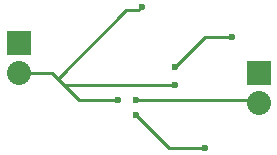
<source format=gbl>
G04 #@! TF.FileFunction,Copper,L2,Bot,Signal*
%FSLAX46Y46*%
G04 Gerber Fmt 4.6, Leading zero omitted, Abs format (unit mm)*
G04 Created by KiCad (PCBNEW 4.0.0-stable) date 2016 March 08, Tuesday 03:17:28*
%MOMM*%
G01*
G04 APERTURE LIST*
%ADD10C,0.100000*%
%ADD11R,2.032000X2.032000*%
%ADD12O,2.032000X2.032000*%
%ADD13C,0.600000*%
%ADD14C,0.250000*%
G04 APERTURE END LIST*
D10*
D11*
X130302000Y-102616000D03*
D12*
X130302000Y-105156000D03*
D11*
X150622000Y-105156000D03*
D12*
X150622000Y-107696000D03*
D13*
X148336000Y-102108000D03*
X143510000Y-104648000D03*
X146050000Y-111506000D03*
X140208000Y-108712000D03*
X138684000Y-107442000D03*
X143510000Y-106172000D03*
X140716000Y-99568000D03*
X140208000Y-107442000D03*
D14*
X143510000Y-104648000D02*
X146050000Y-102108000D01*
X146050000Y-102108000D02*
X148336000Y-102108000D01*
X140208000Y-108712000D02*
X143002000Y-111506000D01*
X143002000Y-111506000D02*
X146050000Y-111506000D01*
X133604000Y-105664000D02*
X133096000Y-105156000D01*
X133096000Y-105156000D02*
X130302000Y-105156000D01*
X138684000Y-107442000D02*
X135382000Y-107442000D01*
X135382000Y-107442000D02*
X133604000Y-105664000D01*
X133604000Y-105664000D02*
X134112000Y-106172000D01*
X134112000Y-106172000D02*
X143510000Y-106172000D01*
X139400001Y-99867999D02*
X133604000Y-105664000D01*
X140716000Y-99568000D02*
X140416001Y-99867999D01*
X140416001Y-99867999D02*
X139400001Y-99867999D01*
X140208000Y-107442000D02*
X150368000Y-107442000D01*
X150368000Y-107442000D02*
X150622000Y-107696000D01*
M02*

</source>
